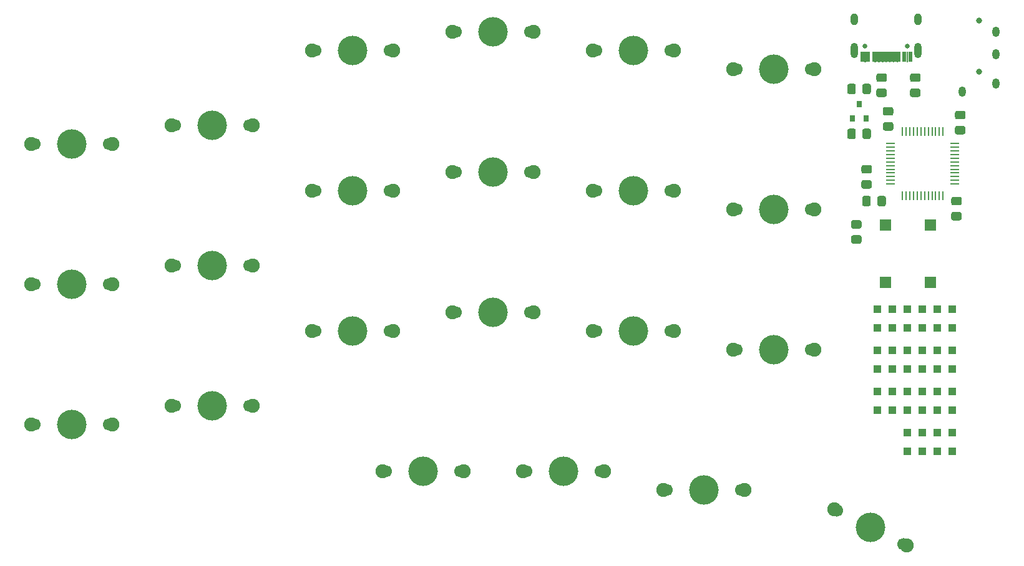
<source format=gts>
G04 #@! TF.GenerationSoftware,KiCad,Pcbnew,5.1.9+dfsg1-1*
G04 #@! TF.CreationDate,2021-12-26T21:48:47+01:00*
G04 #@! TF.ProjectId,left,6c656674-2e6b-4696-9361-645f70636258,rev?*
G04 #@! TF.SameCoordinates,Original*
G04 #@! TF.FileFunction,Soldermask,Top*
G04 #@! TF.FilePolarity,Negative*
%FSLAX46Y46*%
G04 Gerber Fmt 4.6, Leading zero omitted, Abs format (unit mm)*
G04 Created by KiCad (PCBNEW 5.1.9+dfsg1-1) date 2021-12-26 21:48:47*
%MOMM*%
%LPD*%
G01*
G04 APERTURE LIST*
%ADD10C,4.000000*%
%ADD11C,1.900000*%
%ADD12C,1.700000*%
%ADD13C,0.800000*%
%ADD14O,1.000000X1.400000*%
%ADD15R,1.500000X1.500000*%
%ADD16R,1.000000X1.000000*%
%ADD17R,1.300000X0.250000*%
%ADD18R,0.250000X1.300000*%
%ADD19R,0.800000X0.900000*%
%ADD20R,0.600000X1.450000*%
%ADD21R,0.300000X1.450000*%
%ADD22O,1.000000X2.100000*%
%ADD23C,0.650000*%
%ADD24O,1.000000X1.600000*%
%ADD25C,0.100000*%
G04 APERTURE END LIST*
D10*
X222631000Y-118745000D03*
D11*
X217708861Y-116290912D03*
X227553139Y-121199088D03*
D12*
X227177267Y-121011685D03*
X218084733Y-116478315D03*
X109220000Y-85725000D03*
X119380000Y-85725000D03*
D11*
X119800000Y-85725000D03*
X108800000Y-85725000D03*
D10*
X114300000Y-85725000D03*
X114300000Y-104775000D03*
D11*
X108800000Y-104775000D03*
X119800000Y-104775000D03*
D12*
X119380000Y-104775000D03*
X109220000Y-104775000D03*
X147320000Y-53975000D03*
X157480000Y-53975000D03*
D11*
X157900000Y-53975000D03*
X146900000Y-53975000D03*
D10*
X152400000Y-53975000D03*
X209550000Y-75565000D03*
D11*
X204050000Y-75565000D03*
X215050000Y-75565000D03*
D12*
X214630000Y-75565000D03*
X204470000Y-75565000D03*
X147320000Y-73025000D03*
X157480000Y-73025000D03*
D11*
X157900000Y-73025000D03*
X146900000Y-73025000D03*
D10*
X152400000Y-73025000D03*
X152400000Y-92075000D03*
D11*
X146900000Y-92075000D03*
X157900000Y-92075000D03*
D12*
X157480000Y-92075000D03*
X147320000Y-92075000D03*
X156845000Y-111125000D03*
X167005000Y-111125000D03*
D11*
X167425000Y-111125000D03*
X156425000Y-111125000D03*
D10*
X161925000Y-111125000D03*
X209550000Y-56515000D03*
D11*
X204050000Y-56515000D03*
X215050000Y-56515000D03*
D12*
X214630000Y-56515000D03*
X204470000Y-56515000D03*
X204470000Y-94615000D03*
X214630000Y-94615000D03*
D11*
X215050000Y-94615000D03*
X204050000Y-94615000D03*
D10*
X209550000Y-94615000D03*
X133350000Y-64135000D03*
D11*
X127850000Y-64135000D03*
X138850000Y-64135000D03*
D12*
X138430000Y-64135000D03*
X128270000Y-64135000D03*
X128270000Y-83185000D03*
X138430000Y-83185000D03*
D11*
X138850000Y-83185000D03*
X127850000Y-83185000D03*
D10*
X133350000Y-83185000D03*
X133350000Y-102235000D03*
D11*
X127850000Y-102235000D03*
X138850000Y-102235000D03*
D12*
X138430000Y-102235000D03*
X128270000Y-102235000D03*
X166370000Y-51435000D03*
X176530000Y-51435000D03*
D11*
X176950000Y-51435000D03*
X165950000Y-51435000D03*
D10*
X171450000Y-51435000D03*
X171450000Y-70485000D03*
D11*
X165950000Y-70485000D03*
X176950000Y-70485000D03*
D12*
X176530000Y-70485000D03*
X166370000Y-70485000D03*
X166370000Y-89535000D03*
X176530000Y-89535000D03*
D11*
X176950000Y-89535000D03*
X165950000Y-89535000D03*
D10*
X171450000Y-89535000D03*
X190500000Y-53975000D03*
D11*
X185000000Y-53975000D03*
X196000000Y-53975000D03*
D12*
X195580000Y-53975000D03*
X185420000Y-53975000D03*
X185420000Y-73025000D03*
X195580000Y-73025000D03*
D11*
X196000000Y-73025000D03*
X185000000Y-73025000D03*
D10*
X190500000Y-73025000D03*
X190500000Y-92075000D03*
D11*
X185000000Y-92075000D03*
X196000000Y-92075000D03*
D12*
X195580000Y-92075000D03*
X185420000Y-92075000D03*
X194945000Y-113665000D03*
X205105000Y-113665000D03*
D11*
X205525000Y-113665000D03*
X194525000Y-113665000D03*
D10*
X200025000Y-113665000D03*
X180975000Y-111125000D03*
D11*
X175475000Y-111125000D03*
X186475000Y-111125000D03*
D12*
X186055000Y-111125000D03*
X175895000Y-111125000D03*
D10*
X114300000Y-66675000D03*
D11*
X108800000Y-66675000D03*
X119800000Y-66675000D03*
D12*
X119380000Y-66675000D03*
X109220000Y-66675000D03*
D13*
X237363000Y-56860000D03*
X237363000Y-49860000D03*
D14*
X239663000Y-51460000D03*
X239663000Y-54460000D03*
X239663000Y-58460000D03*
X235063000Y-59560000D03*
D15*
X230759000Y-77634000D03*
X230759000Y-85434000D03*
X224663000Y-77634000D03*
X224663000Y-85434000D03*
G36*
G01*
X221557000Y-59632001D02*
X221557000Y-58731999D01*
G75*
G02*
X221806999Y-58482000I249999J0D01*
G01*
X222457001Y-58482000D01*
G75*
G02*
X222707000Y-58731999I0J-249999D01*
G01*
X222707000Y-59632001D01*
G75*
G02*
X222457001Y-59882000I-249999J0D01*
G01*
X221806999Y-59882000D01*
G75*
G02*
X221557000Y-59632001I0J249999D01*
G01*
G37*
G36*
G01*
X219507000Y-59632001D02*
X219507000Y-58731999D01*
G75*
G02*
X219756999Y-58482000I249999J0D01*
G01*
X220407001Y-58482000D01*
G75*
G02*
X220657000Y-58731999I0J-249999D01*
G01*
X220657000Y-59632001D01*
G75*
G02*
X220407001Y-59882000I-249999J0D01*
G01*
X219756999Y-59882000D01*
G75*
G02*
X219507000Y-59632001I0J249999D01*
G01*
G37*
G36*
G01*
X224593999Y-63696000D02*
X225494001Y-63696000D01*
G75*
G02*
X225744000Y-63945999I0J-249999D01*
G01*
X225744000Y-64596001D01*
G75*
G02*
X225494001Y-64846000I-249999J0D01*
G01*
X224593999Y-64846000D01*
G75*
G02*
X224344000Y-64596001I0J249999D01*
G01*
X224344000Y-63945999D01*
G75*
G02*
X224593999Y-63696000I249999J0D01*
G01*
G37*
G36*
G01*
X224593999Y-61646000D02*
X225494001Y-61646000D01*
G75*
G02*
X225744000Y-61895999I0J-249999D01*
G01*
X225744000Y-62546001D01*
G75*
G02*
X225494001Y-62796000I-249999J0D01*
G01*
X224593999Y-62796000D01*
G75*
G02*
X224344000Y-62546001I0J249999D01*
G01*
X224344000Y-61895999D01*
G75*
G02*
X224593999Y-61646000I249999J0D01*
G01*
G37*
G36*
G01*
X221672999Y-71570000D02*
X222573001Y-71570000D01*
G75*
G02*
X222823000Y-71819999I0J-249999D01*
G01*
X222823000Y-72470001D01*
G75*
G02*
X222573001Y-72720000I-249999J0D01*
G01*
X221672999Y-72720000D01*
G75*
G02*
X221423000Y-72470001I0J249999D01*
G01*
X221423000Y-71819999D01*
G75*
G02*
X221672999Y-71570000I249999J0D01*
G01*
G37*
G36*
G01*
X221672999Y-69520000D02*
X222573001Y-69520000D01*
G75*
G02*
X222823000Y-69769999I0J-249999D01*
G01*
X222823000Y-70420001D01*
G75*
G02*
X222573001Y-70670000I-249999J0D01*
G01*
X221672999Y-70670000D01*
G75*
G02*
X221423000Y-70420001I0J249999D01*
G01*
X221423000Y-69769999D01*
G75*
G02*
X221672999Y-69520000I249999J0D01*
G01*
G37*
G36*
G01*
X234765001Y-74988000D02*
X233864999Y-74988000D01*
G75*
G02*
X233615000Y-74738001I0J249999D01*
G01*
X233615000Y-74087999D01*
G75*
G02*
X233864999Y-73838000I249999J0D01*
G01*
X234765001Y-73838000D01*
G75*
G02*
X235015000Y-74087999I0J-249999D01*
G01*
X235015000Y-74738001D01*
G75*
G02*
X234765001Y-74988000I-249999J0D01*
G01*
G37*
G36*
G01*
X234765001Y-77038000D02*
X233864999Y-77038000D01*
G75*
G02*
X233615000Y-76788001I0J249999D01*
G01*
X233615000Y-76137999D01*
G75*
G02*
X233864999Y-75888000I249999J0D01*
G01*
X234765001Y-75888000D01*
G75*
G02*
X235015000Y-76137999I0J-249999D01*
G01*
X235015000Y-76788001D01*
G75*
G02*
X234765001Y-77038000I-249999J0D01*
G01*
G37*
G36*
G01*
X221557000Y-65728001D02*
X221557000Y-64827999D01*
G75*
G02*
X221806999Y-64578000I249999J0D01*
G01*
X222457001Y-64578000D01*
G75*
G02*
X222707000Y-64827999I0J-249999D01*
G01*
X222707000Y-65728001D01*
G75*
G02*
X222457001Y-65978000I-249999J0D01*
G01*
X221806999Y-65978000D01*
G75*
G02*
X221557000Y-65728001I0J249999D01*
G01*
G37*
G36*
G01*
X219507000Y-65728001D02*
X219507000Y-64827999D01*
G75*
G02*
X219756999Y-64578000I249999J0D01*
G01*
X220407001Y-64578000D01*
G75*
G02*
X220657000Y-64827999I0J-249999D01*
G01*
X220657000Y-65728001D01*
G75*
G02*
X220407001Y-65978000I-249999J0D01*
G01*
X219756999Y-65978000D01*
G75*
G02*
X219507000Y-65728001I0J249999D01*
G01*
G37*
G36*
G01*
X221176001Y-78163000D02*
X220275999Y-78163000D01*
G75*
G02*
X220026000Y-77913001I0J249999D01*
G01*
X220026000Y-77262999D01*
G75*
G02*
X220275999Y-77013000I249999J0D01*
G01*
X221176001Y-77013000D01*
G75*
G02*
X221426000Y-77262999I0J-249999D01*
G01*
X221426000Y-77913001D01*
G75*
G02*
X221176001Y-78163000I-249999J0D01*
G01*
G37*
G36*
G01*
X221176001Y-80213000D02*
X220275999Y-80213000D01*
G75*
G02*
X220026000Y-79963001I0J249999D01*
G01*
X220026000Y-79312999D01*
G75*
G02*
X220275999Y-79063000I249999J0D01*
G01*
X221176001Y-79063000D01*
G75*
G02*
X221426000Y-79312999I0J-249999D01*
G01*
X221426000Y-79963001D01*
G75*
G02*
X221176001Y-80213000I-249999J0D01*
G01*
G37*
G36*
G01*
X235273001Y-63304000D02*
X234372999Y-63304000D01*
G75*
G02*
X234123000Y-63054001I0J249999D01*
G01*
X234123000Y-62403999D01*
G75*
G02*
X234372999Y-62154000I249999J0D01*
G01*
X235273001Y-62154000D01*
G75*
G02*
X235523000Y-62403999I0J-249999D01*
G01*
X235523000Y-63054001D01*
G75*
G02*
X235273001Y-63304000I-249999J0D01*
G01*
G37*
G36*
G01*
X235273001Y-65354000D02*
X234372999Y-65354000D01*
G75*
G02*
X234123000Y-65104001I0J249999D01*
G01*
X234123000Y-64453999D01*
G75*
G02*
X234372999Y-64204000I249999J0D01*
G01*
X235273001Y-64204000D01*
G75*
G02*
X235523000Y-64453999I0J-249999D01*
G01*
X235523000Y-65104001D01*
G75*
G02*
X235273001Y-65354000I-249999J0D01*
G01*
G37*
D16*
X233759440Y-102794927D03*
X233759440Y-100294927D03*
X233759440Y-91618927D03*
X233759440Y-89118927D03*
X227663440Y-108382927D03*
X227663440Y-105882927D03*
X227663440Y-102794927D03*
X227663440Y-100294927D03*
X227663440Y-97206927D03*
X227663440Y-94706927D03*
X227663440Y-91618927D03*
X227663440Y-89118927D03*
X223599440Y-102794927D03*
X223599440Y-100294927D03*
X223599440Y-97206927D03*
X223599440Y-94706927D03*
X223599440Y-91618927D03*
X223599440Y-89118927D03*
X231727440Y-108382927D03*
X231727440Y-105882927D03*
X233759440Y-97206927D03*
X233759440Y-94706927D03*
X231727440Y-102794927D03*
X231727440Y-100294927D03*
X231727440Y-97206927D03*
X231727440Y-94706927D03*
X231727440Y-91618927D03*
X231727440Y-89118927D03*
X229695440Y-108382927D03*
X229695440Y-105882927D03*
X229695440Y-102794927D03*
X229695440Y-100294927D03*
X229695440Y-97206927D03*
X229695440Y-94706927D03*
X229695440Y-91618927D03*
X229695440Y-89118927D03*
X225631440Y-102794927D03*
X225631440Y-100294927D03*
X225631440Y-97206927D03*
X225631440Y-94706927D03*
X225631440Y-91618927D03*
X225631440Y-89118927D03*
X233759440Y-108382927D03*
X233759440Y-105882927D03*
D17*
X225393000Y-72092000D03*
X225393000Y-71592000D03*
X225393000Y-71092000D03*
X225393000Y-70592000D03*
X225393000Y-70092000D03*
X225393000Y-69592000D03*
X225393000Y-69092000D03*
X225393000Y-68592000D03*
X225393000Y-68092000D03*
X225393000Y-67592000D03*
X225393000Y-67092000D03*
X225393000Y-66592000D03*
D18*
X226993000Y-64992000D03*
X227493000Y-64992000D03*
X227993000Y-64992000D03*
X228493000Y-64992000D03*
X228993000Y-64992000D03*
X229493000Y-64992000D03*
X229993000Y-64992000D03*
X230493000Y-64992000D03*
X230993000Y-64992000D03*
X231493000Y-64992000D03*
X231993000Y-64992000D03*
X232493000Y-64992000D03*
D17*
X234093000Y-66592000D03*
X234093000Y-67092000D03*
X234093000Y-67592000D03*
X234093000Y-68092000D03*
X234093000Y-68592000D03*
X234093000Y-69092000D03*
X234093000Y-69592000D03*
X234093000Y-70092000D03*
X234093000Y-70592000D03*
X234093000Y-71092000D03*
X234093000Y-71592000D03*
X234093000Y-72092000D03*
D18*
X232493000Y-73692000D03*
X231993000Y-73692000D03*
X231493000Y-73692000D03*
X230993000Y-73692000D03*
X230493000Y-73692000D03*
X229993000Y-73692000D03*
X229493000Y-73692000D03*
X228993000Y-73692000D03*
X228493000Y-73692000D03*
X227993000Y-73692000D03*
X227493000Y-73692000D03*
X226993000Y-73692000D03*
D19*
X221107000Y-61230000D03*
X222057000Y-63230000D03*
X220157000Y-63230000D03*
G36*
G01*
X222680000Y-73971999D02*
X222680000Y-74872001D01*
G75*
G02*
X222430001Y-75122000I-249999J0D01*
G01*
X221779999Y-75122000D01*
G75*
G02*
X221530000Y-74872001I0J249999D01*
G01*
X221530000Y-73971999D01*
G75*
G02*
X221779999Y-73722000I249999J0D01*
G01*
X222430001Y-73722000D01*
G75*
G02*
X222680000Y-73971999I0J-249999D01*
G01*
G37*
G36*
G01*
X224730000Y-73971999D02*
X224730000Y-74872001D01*
G75*
G02*
X224480001Y-75122000I-249999J0D01*
G01*
X223829999Y-75122000D01*
G75*
G02*
X223580000Y-74872001I0J249999D01*
G01*
X223580000Y-73971999D01*
G75*
G02*
X223829999Y-73722000I249999J0D01*
G01*
X224480001Y-73722000D01*
G75*
G02*
X224730000Y-73971999I0J-249999D01*
G01*
G37*
G36*
G01*
X223704999Y-59124000D02*
X224605001Y-59124000D01*
G75*
G02*
X224855000Y-59373999I0J-249999D01*
G01*
X224855000Y-60024001D01*
G75*
G02*
X224605001Y-60274000I-249999J0D01*
G01*
X223704999Y-60274000D01*
G75*
G02*
X223455000Y-60024001I0J249999D01*
G01*
X223455000Y-59373999D01*
G75*
G02*
X223704999Y-59124000I249999J0D01*
G01*
G37*
G36*
G01*
X223704999Y-57074000D02*
X224605001Y-57074000D01*
G75*
G02*
X224855000Y-57323999I0J-249999D01*
G01*
X224855000Y-57974001D01*
G75*
G02*
X224605001Y-58224000I-249999J0D01*
G01*
X223704999Y-58224000D01*
G75*
G02*
X223455000Y-57974001I0J249999D01*
G01*
X223455000Y-57323999D01*
G75*
G02*
X223704999Y-57074000I249999J0D01*
G01*
G37*
G36*
G01*
X228276999Y-59124000D02*
X229177001Y-59124000D01*
G75*
G02*
X229427000Y-59373999I0J-249999D01*
G01*
X229427000Y-60024001D01*
G75*
G02*
X229177001Y-60274000I-249999J0D01*
G01*
X228276999Y-60274000D01*
G75*
G02*
X228027000Y-60024001I0J249999D01*
G01*
X228027000Y-59373999D01*
G75*
G02*
X228276999Y-59124000I249999J0D01*
G01*
G37*
G36*
G01*
X228276999Y-57074000D02*
X229177001Y-57074000D01*
G75*
G02*
X229427000Y-57323999I0J-249999D01*
G01*
X229427000Y-57974001D01*
G75*
G02*
X229177001Y-58224000I-249999J0D01*
G01*
X228276999Y-58224000D01*
G75*
G02*
X228027000Y-57974001I0J249999D01*
G01*
X228027000Y-57323999D01*
G75*
G02*
X228276999Y-57074000I249999J0D01*
G01*
G37*
D20*
X221540000Y-54845000D03*
X222340000Y-54845000D03*
X227240000Y-54845000D03*
X228040000Y-54845000D03*
X228040000Y-54845000D03*
X227240000Y-54845000D03*
X222340000Y-54845000D03*
X221540000Y-54845000D03*
D21*
X226540000Y-54845000D03*
X226040000Y-54845000D03*
X225540000Y-54845000D03*
X224540000Y-54845000D03*
X224040000Y-54845000D03*
X223540000Y-54845000D03*
X223040000Y-54845000D03*
X225040000Y-54845000D03*
D22*
X220470000Y-53930000D03*
X229110000Y-53930000D03*
D23*
X227680000Y-53400000D03*
D24*
X229110000Y-49750000D03*
D23*
X221900000Y-53400000D03*
D24*
X220470000Y-49750000D03*
D25*
G36*
X223391732Y-54119000D02*
G01*
X223392000Y-54120000D01*
X223392000Y-55570000D01*
X223391000Y-55571732D01*
X223390000Y-55572000D01*
X223190000Y-55572000D01*
X223188268Y-55571000D01*
X223188000Y-55570000D01*
X223188000Y-54120000D01*
X223189000Y-54118268D01*
X223190000Y-54118000D01*
X223390000Y-54118000D01*
X223391732Y-54119000D01*
G37*
G36*
X222041732Y-54119000D02*
G01*
X222042000Y-54120000D01*
X222042000Y-55570000D01*
X222041000Y-55571732D01*
X222040000Y-55572000D01*
X221840000Y-55572000D01*
X221838268Y-55571000D01*
X221838000Y-55570000D01*
X221838000Y-54120000D01*
X221839000Y-54118268D01*
X221840000Y-54118000D01*
X222040000Y-54118000D01*
X222041732Y-54119000D01*
G37*
G36*
X226391732Y-54119000D02*
G01*
X226392000Y-54120000D01*
X226392000Y-55570000D01*
X226391000Y-55571732D01*
X226390000Y-55572000D01*
X226190000Y-55572000D01*
X226188268Y-55571000D01*
X226188000Y-55570000D01*
X226188000Y-54120000D01*
X226189000Y-54118268D01*
X226190000Y-54118000D01*
X226390000Y-54118000D01*
X226391732Y-54119000D01*
G37*
G36*
X227741732Y-54119000D02*
G01*
X227742000Y-54120000D01*
X227742000Y-55570000D01*
X227741000Y-55571732D01*
X227740000Y-55572000D01*
X227540000Y-55572000D01*
X227538268Y-55571000D01*
X227538000Y-55570000D01*
X227538000Y-54120000D01*
X227539000Y-54118268D01*
X227540000Y-54118000D01*
X227740000Y-54118000D01*
X227741732Y-54119000D01*
G37*
G36*
X225891732Y-54119000D02*
G01*
X225892000Y-54120000D01*
X225892000Y-55570000D01*
X225891000Y-55571732D01*
X225890000Y-55572000D01*
X225690000Y-55572000D01*
X225688268Y-55571000D01*
X225688000Y-55570000D01*
X225688000Y-54120000D01*
X225689000Y-54118268D01*
X225690000Y-54118000D01*
X225890000Y-54118000D01*
X225891732Y-54119000D01*
G37*
G36*
X224891732Y-54119000D02*
G01*
X224892000Y-54120000D01*
X224892000Y-55570000D01*
X224891000Y-55571732D01*
X224890000Y-55572000D01*
X224690000Y-55572000D01*
X224688268Y-55571000D01*
X224688000Y-55570000D01*
X224688000Y-54120000D01*
X224689000Y-54118268D01*
X224690000Y-54118000D01*
X224890000Y-54118000D01*
X224891732Y-54119000D01*
G37*
G36*
X224391732Y-54119000D02*
G01*
X224392000Y-54120000D01*
X224392000Y-55570000D01*
X224391000Y-55571732D01*
X224390000Y-55572000D01*
X224190000Y-55572000D01*
X224188268Y-55571000D01*
X224188000Y-55570000D01*
X224188000Y-54120000D01*
X224189000Y-54118268D01*
X224190000Y-54118000D01*
X224390000Y-54118000D01*
X224391732Y-54119000D01*
G37*
G36*
X223891732Y-54119000D02*
G01*
X223892000Y-54120000D01*
X223892000Y-55570000D01*
X223891000Y-55571732D01*
X223890000Y-55572000D01*
X223690000Y-55572000D01*
X223688268Y-55571000D01*
X223688000Y-55570000D01*
X223688000Y-54120000D01*
X223689000Y-54118268D01*
X223690000Y-54118000D01*
X223890000Y-54118000D01*
X223891732Y-54119000D01*
G37*
G36*
X225391732Y-54119000D02*
G01*
X225392000Y-54120000D01*
X225392000Y-55570000D01*
X225391000Y-55571732D01*
X225390000Y-55572000D01*
X225190000Y-55572000D01*
X225188268Y-55571000D01*
X225188000Y-55570000D01*
X225188000Y-54120000D01*
X225189000Y-54118268D01*
X225190000Y-54118000D01*
X225390000Y-54118000D01*
X225391732Y-54119000D01*
G37*
M02*

</source>
